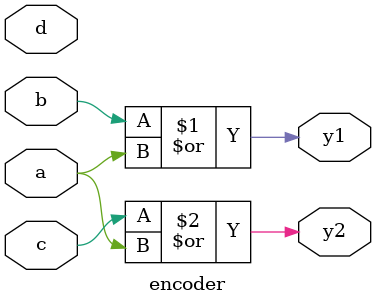
<source format=v>
module encoder(a,b,c,d,y1,y2);
input a,b,c,d;
output y1,y2;
or #1 a1(y1,b,a);
or #2 a2(y2,c,a);
endmodule

</source>
